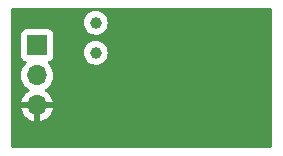
<source format=gbr>
%TF.GenerationSoftware,KiCad,Pcbnew,(6.0.2)*%
%TF.CreationDate,2022-03-07T20:12:54-06:00*%
%TF.ProjectId,bike_alarm,62696b65-5f61-46c6-9172-6d2e6b696361,rev?*%
%TF.SameCoordinates,Original*%
%TF.FileFunction,Copper,L2,Bot*%
%TF.FilePolarity,Positive*%
%FSLAX46Y46*%
G04 Gerber Fmt 4.6, Leading zero omitted, Abs format (unit mm)*
G04 Created by KiCad (PCBNEW (6.0.2)) date 2022-03-07 20:12:54*
%MOMM*%
%LPD*%
G01*
G04 APERTURE LIST*
%TA.AperFunction,ComponentPad*%
%ADD10R,1.700000X1.700000*%
%TD*%
%TA.AperFunction,ComponentPad*%
%ADD11O,1.700000X1.700000*%
%TD*%
%TA.AperFunction,ComponentPad*%
%ADD12C,1.000000*%
%TD*%
%TA.AperFunction,ViaPad*%
%ADD13C,0.800000*%
%TD*%
G04 APERTURE END LIST*
D10*
%TO.P,J1,1,Pin_1*%
%TO.N,+3V3*%
X121158000Y-81407000D03*
D11*
%TO.P,J1,2,Pin_2*%
%TO.N,/ALARM_CTRL*%
X121158000Y-83947000D03*
%TO.P,J1,3,Pin_3*%
%TO.N,GND*%
X121158000Y-86487000D03*
%TD*%
D12*
%TO.P,Y1,1,1*%
%TO.N,Net-(Q1-Pad3)*%
X126111000Y-82042000D03*
%TO.P,Y1,2,2*%
%TO.N,+3V3*%
X126111000Y-79502000D03*
%TD*%
D13*
%TO.N,GND*%
X129540000Y-85471000D03*
X119761000Y-78867000D03*
X129540000Y-88011000D03*
X135636000Y-88138000D03*
%TD*%
%TA.AperFunction,Conductor*%
%TO.N,GND*%
G36*
X140984121Y-78253002D02*
G01*
X141030614Y-78306658D01*
X141042000Y-78359000D01*
X141042000Y-89941000D01*
X141021998Y-90009121D01*
X140968342Y-90055614D01*
X140916000Y-90067000D01*
X119109000Y-90067000D01*
X119040879Y-90046998D01*
X118994386Y-89993342D01*
X118983000Y-89941000D01*
X118983000Y-86754966D01*
X119826257Y-86754966D01*
X119856565Y-86889446D01*
X119859645Y-86899275D01*
X119939770Y-87096603D01*
X119944413Y-87105794D01*
X120055694Y-87287388D01*
X120061777Y-87295699D01*
X120201213Y-87456667D01*
X120208580Y-87463883D01*
X120372434Y-87599916D01*
X120380881Y-87605831D01*
X120564756Y-87713279D01*
X120574042Y-87717729D01*
X120773001Y-87793703D01*
X120782899Y-87796579D01*
X120886250Y-87817606D01*
X120900299Y-87816410D01*
X120904000Y-87806065D01*
X120904000Y-87805517D01*
X121412000Y-87805517D01*
X121416064Y-87819359D01*
X121429478Y-87821393D01*
X121436184Y-87820534D01*
X121446262Y-87818392D01*
X121650255Y-87757191D01*
X121659842Y-87753433D01*
X121851095Y-87659739D01*
X121859945Y-87654464D01*
X122033328Y-87530792D01*
X122041200Y-87524139D01*
X122192052Y-87373812D01*
X122198730Y-87365965D01*
X122323003Y-87193020D01*
X122328313Y-87184183D01*
X122422670Y-86993267D01*
X122426469Y-86983672D01*
X122488377Y-86779910D01*
X122490555Y-86769837D01*
X122491986Y-86758962D01*
X122489775Y-86744778D01*
X122476617Y-86741000D01*
X121430115Y-86741000D01*
X121414876Y-86745475D01*
X121413671Y-86746865D01*
X121412000Y-86754548D01*
X121412000Y-87805517D01*
X120904000Y-87805517D01*
X120904000Y-86759115D01*
X120899525Y-86743876D01*
X120898135Y-86742671D01*
X120890452Y-86741000D01*
X119841225Y-86741000D01*
X119827694Y-86744973D01*
X119826257Y-86754966D01*
X118983000Y-86754966D01*
X118983000Y-83913695D01*
X119795251Y-83913695D01*
X119795548Y-83918848D01*
X119795548Y-83918851D01*
X119801011Y-84013590D01*
X119808110Y-84136715D01*
X119809247Y-84141761D01*
X119809248Y-84141767D01*
X119829119Y-84229939D01*
X119857222Y-84354639D01*
X119941266Y-84561616D01*
X120057987Y-84752088D01*
X120204250Y-84920938D01*
X120376126Y-85063632D01*
X120449955Y-85106774D01*
X120498679Y-85158412D01*
X120511750Y-85228195D01*
X120485019Y-85293967D01*
X120444562Y-85327327D01*
X120436457Y-85331546D01*
X120427738Y-85337036D01*
X120257433Y-85464905D01*
X120249726Y-85471748D01*
X120102590Y-85625717D01*
X120096104Y-85633727D01*
X119976098Y-85809649D01*
X119971000Y-85818623D01*
X119881338Y-86011783D01*
X119877775Y-86021470D01*
X119822389Y-86221183D01*
X119823912Y-86229607D01*
X119836292Y-86233000D01*
X122476344Y-86233000D01*
X122489875Y-86229027D01*
X122491180Y-86219947D01*
X122449214Y-86052875D01*
X122445894Y-86043124D01*
X122360972Y-85847814D01*
X122356105Y-85838739D01*
X122240426Y-85659926D01*
X122234136Y-85651757D01*
X122090806Y-85494240D01*
X122083273Y-85487215D01*
X121916139Y-85355222D01*
X121907556Y-85349520D01*
X121870602Y-85329120D01*
X121820631Y-85278687D01*
X121805859Y-85209245D01*
X121830975Y-85142839D01*
X121858327Y-85116232D01*
X121881797Y-85099491D01*
X122037860Y-84988173D01*
X122196096Y-84830489D01*
X122255594Y-84747689D01*
X122323435Y-84653277D01*
X122326453Y-84649077D01*
X122425430Y-84448811D01*
X122490370Y-84235069D01*
X122519529Y-84013590D01*
X122521156Y-83947000D01*
X122502852Y-83724361D01*
X122448431Y-83507702D01*
X122359354Y-83302840D01*
X122238014Y-83115277D01*
X122234532Y-83111450D01*
X122090798Y-82953488D01*
X122059746Y-82889642D01*
X122068141Y-82819143D01*
X122113317Y-82764375D01*
X122139761Y-82750706D01*
X122246297Y-82710767D01*
X122254705Y-82707615D01*
X122371261Y-82620261D01*
X122458615Y-82503705D01*
X122509745Y-82367316D01*
X122516500Y-82305134D01*
X122516500Y-82027851D01*
X125097719Y-82027851D01*
X125114268Y-82224934D01*
X125168783Y-82415050D01*
X125259187Y-82590956D01*
X125382035Y-82745953D01*
X125386728Y-82749947D01*
X125386729Y-82749948D01*
X125397066Y-82758745D01*
X125532650Y-82874136D01*
X125705294Y-82970624D01*
X125893392Y-83031740D01*
X126089777Y-83055158D01*
X126095912Y-83054686D01*
X126095914Y-83054686D01*
X126280830Y-83040457D01*
X126280834Y-83040456D01*
X126286972Y-83039984D01*
X126477463Y-82986798D01*
X126482967Y-82984018D01*
X126482969Y-82984017D01*
X126648495Y-82900404D01*
X126648497Y-82900403D01*
X126653996Y-82897625D01*
X126809847Y-82775861D01*
X126939078Y-82626145D01*
X127036769Y-82454179D01*
X127099197Y-82266513D01*
X127123985Y-82070295D01*
X127124380Y-82042000D01*
X127105080Y-81845167D01*
X127047916Y-81655831D01*
X126955066Y-81481204D01*
X126884709Y-81394938D01*
X126833960Y-81332713D01*
X126833957Y-81332710D01*
X126830065Y-81327938D01*
X126823724Y-81322692D01*
X126682425Y-81205799D01*
X126682421Y-81205797D01*
X126677675Y-81201870D01*
X126503701Y-81107802D01*
X126314768Y-81049318D01*
X126308643Y-81048674D01*
X126308642Y-81048674D01*
X126124204Y-81029289D01*
X126124202Y-81029289D01*
X126118075Y-81028645D01*
X126035576Y-81036153D01*
X125927251Y-81046011D01*
X125927248Y-81046012D01*
X125921112Y-81046570D01*
X125915206Y-81048308D01*
X125915202Y-81048309D01*
X125810076Y-81079249D01*
X125731381Y-81102410D01*
X125725923Y-81105263D01*
X125725919Y-81105265D01*
X125635147Y-81152720D01*
X125556110Y-81194040D01*
X125401975Y-81317968D01*
X125274846Y-81469474D01*
X125271879Y-81474872D01*
X125271875Y-81474877D01*
X125268397Y-81481204D01*
X125179567Y-81642787D01*
X125177706Y-81648654D01*
X125177705Y-81648656D01*
X125121627Y-81825436D01*
X125119765Y-81831306D01*
X125097719Y-82027851D01*
X122516500Y-82027851D01*
X122516500Y-80508866D01*
X122509745Y-80446684D01*
X122458615Y-80310295D01*
X122371261Y-80193739D01*
X122254705Y-80106385D01*
X122118316Y-80055255D01*
X122056134Y-80048500D01*
X120259866Y-80048500D01*
X120197684Y-80055255D01*
X120061295Y-80106385D01*
X119944739Y-80193739D01*
X119857385Y-80310295D01*
X119806255Y-80446684D01*
X119799500Y-80508866D01*
X119799500Y-82305134D01*
X119806255Y-82367316D01*
X119857385Y-82503705D01*
X119944739Y-82620261D01*
X120061295Y-82707615D01*
X120069704Y-82710767D01*
X120069705Y-82710768D01*
X120178451Y-82751535D01*
X120235216Y-82794176D01*
X120259916Y-82860738D01*
X120244709Y-82930087D01*
X120225316Y-82956568D01*
X120098629Y-83089138D01*
X119972743Y-83273680D01*
X119878688Y-83476305D01*
X119818989Y-83691570D01*
X119795251Y-83913695D01*
X118983000Y-83913695D01*
X118983000Y-79487851D01*
X125097719Y-79487851D01*
X125114268Y-79684934D01*
X125168783Y-79875050D01*
X125259187Y-80050956D01*
X125382035Y-80205953D01*
X125532650Y-80334136D01*
X125705294Y-80430624D01*
X125893392Y-80491740D01*
X126089777Y-80515158D01*
X126095912Y-80514686D01*
X126095914Y-80514686D01*
X126280830Y-80500457D01*
X126280834Y-80500456D01*
X126286972Y-80499984D01*
X126477463Y-80446798D01*
X126482967Y-80444018D01*
X126482969Y-80444017D01*
X126648495Y-80360404D01*
X126648497Y-80360403D01*
X126653996Y-80357625D01*
X126809847Y-80235861D01*
X126916958Y-80111771D01*
X126935049Y-80090813D01*
X126935050Y-80090811D01*
X126939078Y-80086145D01*
X127036769Y-79914179D01*
X127099197Y-79726513D01*
X127123985Y-79530295D01*
X127124380Y-79502000D01*
X127105080Y-79305167D01*
X127047916Y-79115831D01*
X126955066Y-78941204D01*
X126884709Y-78854938D01*
X126833960Y-78792713D01*
X126833957Y-78792710D01*
X126830065Y-78787938D01*
X126823724Y-78782692D01*
X126682425Y-78665799D01*
X126682421Y-78665797D01*
X126677675Y-78661870D01*
X126503701Y-78567802D01*
X126314768Y-78509318D01*
X126308643Y-78508674D01*
X126308642Y-78508674D01*
X126124204Y-78489289D01*
X126124202Y-78489289D01*
X126118075Y-78488645D01*
X126035576Y-78496153D01*
X125927251Y-78506011D01*
X125927248Y-78506012D01*
X125921112Y-78506570D01*
X125915206Y-78508308D01*
X125915202Y-78508309D01*
X125810076Y-78539249D01*
X125731381Y-78562410D01*
X125725923Y-78565263D01*
X125725919Y-78565265D01*
X125635147Y-78612720D01*
X125556110Y-78654040D01*
X125401975Y-78777968D01*
X125274846Y-78929474D01*
X125271879Y-78934872D01*
X125271875Y-78934877D01*
X125268397Y-78941204D01*
X125179567Y-79102787D01*
X125177706Y-79108654D01*
X125177705Y-79108656D01*
X125121627Y-79285436D01*
X125119765Y-79291306D01*
X125097719Y-79487851D01*
X118983000Y-79487851D01*
X118983000Y-78359000D01*
X119003002Y-78290879D01*
X119056658Y-78244386D01*
X119109000Y-78233000D01*
X140916000Y-78233000D01*
X140984121Y-78253002D01*
G37*
%TD.AperFunction*%
%TD*%
M02*

</source>
